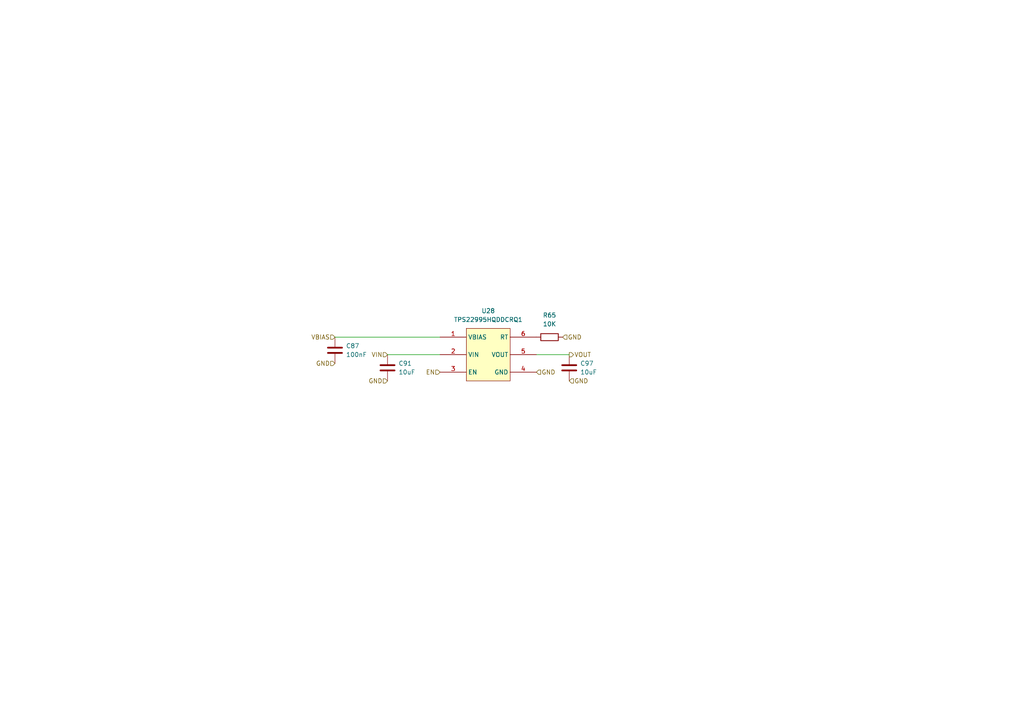
<source format=kicad_sch>
(kicad_sch (version 20250114) (generator "eeschema") (generator_version "9.0")
  (paper "A4")
  (lib_symbols
    (symbol "Common:TPS22995h-Q1"
      (property "Reference" "U" (at 0 6.35 0))
      (property "Value" "TPS22995HQDDCRQ1" (at 0 0 0))
      (symbol "TPS22995h-Q1_1_1"
        (rectangle (start -6.35 3.81) (end 6.35 -11.43) (fill (type background)))
        (pin power_in line (at -13.97 1.27 0) (length 7.62) (name "VBIAS") (number "1"))
        (pin power_in line (at -13.97 -3.81 0) (length 7.62) (name "VIN") (number "2"))
        (pin input line (at -13.97 -8.89 0) (length 7.62) (name "EN") (number "3"))
        (pin passive line (at 13.97 1.27 180) (length 7.62) (name "RT") (number "6"))
        (pin power_out line (at 13.97 -3.81 180) (length 7.62) (name "VOUT") (number "5"))
        (pin power_in line (at 13.97 -8.89 180) (length 7.62) (name "GND") (number "4"))
      )
    )
    (symbol "Device:C" (pin_numbers (hide yes)) (pin_names (offset 0.254))
      (property "Reference" "C" (at 0.635 2.54 0))
      (property "Value" "C" (at 0.635 -2.54 0))
      (symbol "C_0_1"
        (polyline (pts (xy -2.032 0.762) (xy 2.032 0.762)) (stroke (width 0.508)))
        (polyline (pts (xy -2.032 -0.762) (xy 2.032 -0.762)) (stroke (width 0.508)))
      )
      (symbol "C_1_1"
        (pin passive line (at 0 3.81 270) (length 2.794) (name "~") (number "1"))
        (pin passive line (at 0 -3.81 90) (length 2.794) (name "~") (number "2"))
      )
    )
    (symbol "Device:R" (pin_numbers (hide yes)) (pin_names (offset 0))
      (property "Reference" "R" (at 2.032 0 90))
      (property "Value" "R" (at 0 0 90))
      (symbol "R_0_1"
        (rectangle (start -1.016 -2.54) (end 1.016 2.54) (stroke (width 0.254)))
      )
      (symbol "R_1_1"
        (pin passive line (at 0 3.81 270) (length 1.27) (name "~") (number "1"))
        (pin passive line (at 0 -3.81 90) (length 1.27) (name "~") (number "2"))
      )
    )
  )
  (wire (pts (xy 165.1 102.87) (xy 155.575 102.87)))
  (wire (pts (xy 112.395 102.87) (xy 127.635 102.87)))
  (wire (pts (xy 97.155 97.79) (xy 127.635 97.79)))
  (hierarchical_label "GND" (shape input) (at 155.575 107.95 0))
  (hierarchical_label "VOUT" (shape output) (at 165.1 102.87 0))
  (hierarchical_label "EN" (shape input) (at 127.635 107.95 180))
  (hierarchical_label "GND" (shape input) (at 97.155 105.41 180))
  (hierarchical_label "GND" (shape input) (at 163.195 97.79 0))
  (hierarchical_label "VBIAS" (shape input) (at 97.155 97.79 180))
  (hierarchical_label "GND" (shape input) (at 165.1 110.49 0))
  (hierarchical_label "GND" (shape input) (at 112.395 110.49 180))
  (hierarchical_label "VIN" (shape input) (at 112.395 102.87 180))
  (symbol (lib_id "Device:C") (at 97.155 101.6 0) (unit 1)
    (property "Reference" "C78" (at 100.33 100.3299 0) (effects (justify left)))
    (property "Value" "100nF" (at 100.33 102.8699 0) (effects (justify left)))
    (property "Footprint" "Capacitor_SMD:C_0402_1005Metric_Pad0.74x0.62mm_HandSolder" (effects (hide yes)))
    (property "Datasheet" "https://search.murata.co.jp/Ceramy/image/img/A01X/G101/ENG/GRM155R61E104KA87-01.pdf" (effects (hide yes)))
    (property "Description" "Unpolarized capacitor" (effects (hide yes)))
    (property "Tolerance" "10" (effects (hide yes)))
    (property "MANUFACTURER" "Murata" (effects (hide yes)))
    (property "PARTREV" "GRM155R61E104KA87D" (effects (hide yes)))
    (instances (project "AVIONICS_BOARD" (path "" (reference "C87") (unit 1)) (path "" (reference "C81") (unit 1)) (path "" (reference "C78") (unit 1)) (path "" (reference "C88") (unit 1)) (path "" (reference "C84") (unit 1)) (path "" (reference "C90") (unit 1)) (path "" (reference "C89") (unit 1))))
  )
  (symbol (lib_id "Device:C") (at 112.395 106.68 0) (unit 1)
    (property "Reference" "C79" (at 115.57 105.4099 0) (effects (justify left)))
    (property "Value" "10uF" (at 115.57 107.9499 0) (effects (justify left)))
    (property "Footprint" "Capacitor_SMD:C_0603_1608Metric_Pad1.08x0.95mm_HandSolder" (effects (hide yes)))
    (property "Datasheet" "https://search.murata.co.jp/Ceramy/image/img/A01X/G101/ENG/GRM188R61E106KA73-01.pdf" (effects (hide yes)))
    (property "Description" "Unpolarized capacitor" (effects (hide yes)))
    (property "Tolerance" "10" (effects (hide yes)))
    (property "MANUFACTURER" "Murata" (effects (hide yes)))
    (property "PARTREV" "GRM188R61E106KA73D" (effects (hide yes)))
    (instances (project "AVIONICS_BOARD" (path "" (reference "C91") (unit 1)) (path "" (reference "C82") (unit 1)) (path "" (reference "C79") (unit 1)) (path "" (reference "C94") (unit 1)) (path "" (reference "C85") (unit 1)) (path "" (reference "C93") (unit 1)) (path "" (reference "C92") (unit 1))))
  )
  (symbol (lib_id "Device:C") (at 165.1 106.68 0) (unit 1)
    (property "Reference" "C80" (at 168.275 105.4099 0) (effects (justify left)))
    (property "Value" "10uF" (at 168.275 107.9499 0) (effects (justify left)))
    (property "Footprint" "Capacitor_SMD:C_0603_1608Metric_Pad1.08x0.95mm_HandSolder" (effects (hide yes)))
    (property "Datasheet" "https://search.murata.co.jp/Ceramy/image/img/A01X/G101/ENG/GRM188R61E106KA73-01.pdf" (effects (hide yes)))
    (property "Description" "Unpolarized capacitor" (effects (hide yes)))
    (property "Tolerance" "10" (effects (hide yes)))
    (property "MANUFACTURER" "Murata" (effects (hide yes)))
    (property "PARTREV" "GRM188R61E106KA73D" (effects (hide yes)))
    (instances (project "AVIONICS_BOARD" (path "" (reference "C97") (unit 1)) (path "" (reference "C83") (unit 1)) (path "" (reference "C80") (unit 1)) (path "" (reference "C95") (unit 1)) (path "" (reference "C86") (unit 1)) (path "" (reference "C96") (unit 1)) (path "" (reference "C98") (unit 1))))
  )
  (symbol (lib_id "Device:R") (at 159.385 97.79 90) (unit 1)
    (property "Reference" "R62" (at 159.385 91.44 90))
    (property "Value" "10K" (at 159.385 93.98 90))
    (property "Footprint" "Resistor_SMD:R_0402_1005Metric_Pad0.72x0.64mm_HandSolder" (effects (hide yes)))
    (property "Datasheet" "https://www.yageo.com/upload/media/product/products/datasheet/rchip/PYu-RC_Group_51_RoHS_L_12.pdf" (effects (hide yes)))
    (property "Description" "Resistor" (effects (hide yes)))
    (property "Tolerance" "1" (effects (hide yes)))
    (property "MANUFACTURER" "YAGEO" (effects (hide yes)))
    (property "PARTREV" "RC0402FR-0710KL" (effects (hide yes)))
    (property "Note" "slew rate" (effects (hide yes)))
    (instances (project "AVIONICS_BOARD" (path "" (reference "R65") (unit 1)) (path "" (reference "R63") (unit 1)) (path "" (reference "R62") (unit 1)) (path "" (reference "R66") (unit 1)) (path "" (reference "R64") (unit 1)) (path "" (reference "R67") (unit 1)) (path "" (reference "R68") (unit 1))))
  )
  (symbol (lib_id "Common:TPS22995h-Q1") (at 141.605 99.06 0) (unit 1)
    (property "Reference" "U25" (at 141.605 90.17 0))
    (property "Value" "TPS22995HQDDCRQ1" (at 141.605 92.71 0))
    (property "Footprint" "Common:TSOT-23-6" (effects (hide yes)))
    (property "Datasheet" "https://www.ti.com/lit/ds/symlink/tps22995h-q1.pdf" (effects (hide yes)))
    (property "Description" "Load Switch" (effects (hide yes)))
    (property "MANUFACTURER" "TI" (effects (hide yes)))
    (property "PARTREV" "TPS22995HQDDCRQ1" (effects (hide yes)))
    (instances (project "AVIONICS_BOARD" (path "" (reference "U28") (unit 1)) (path "" (reference "U26") (unit 1)) (path "" (reference "U25") (unit 1)) (path "" (reference "U29") (unit 1)) (path "" (reference "U27") (unit 1)) (path "" (reference "U30") (unit 1)) (path "" (reference "U31") (unit 1))))
  )
)
</source>
